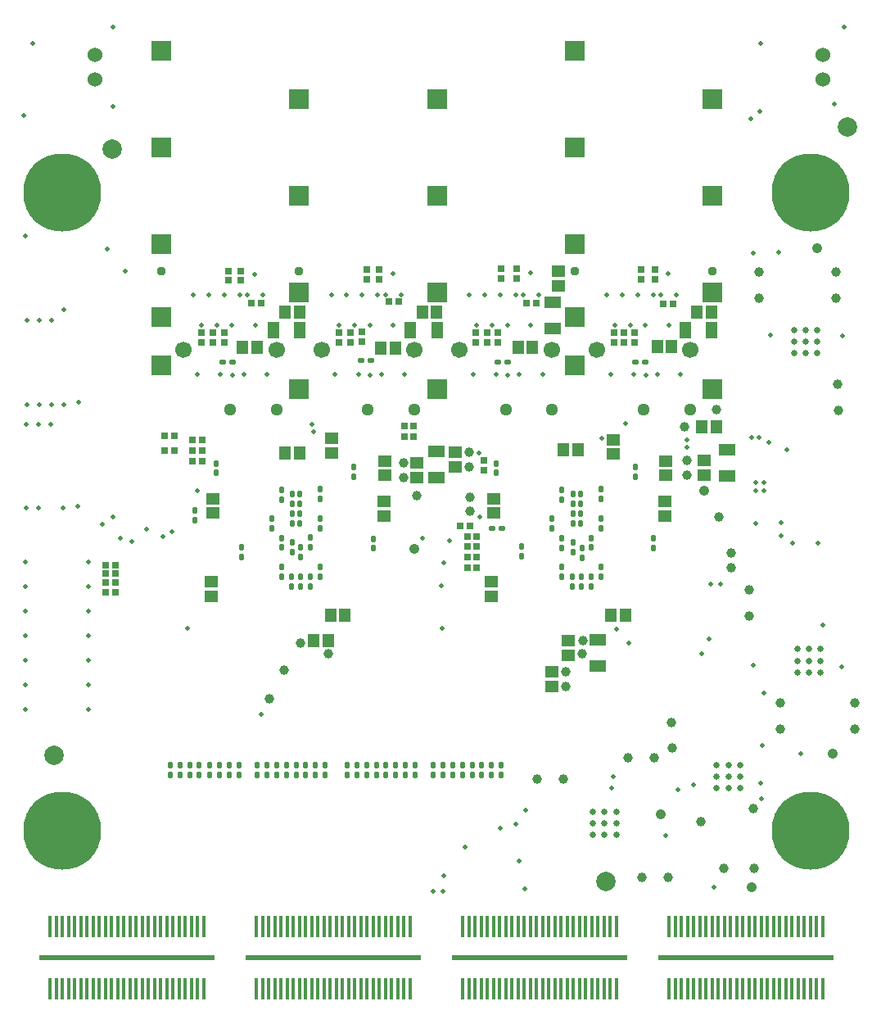
<source format=gbs>
%FSLAX44Y44*%
%MOMM*%
G71*
G01*
G75*
G04 Layer_Color=16711935*
%ADD10C,0.2032*%
%ADD11R,1.6000X1.6000*%
%ADD12R,0.2800X0.8000*%
%ADD13R,0.8000X0.2800*%
%ADD14R,0.6000X0.6000*%
%ADD15R,0.6000X0.6000*%
%ADD16R,1.4000X1.0000*%
G04:AMPARAMS|DCode=17|XSize=0.5mm|YSize=0.6mm|CornerRadius=0.125mm|HoleSize=0mm|Usage=FLASHONLY|Rotation=0.000|XOffset=0mm|YOffset=0mm|HoleType=Round|Shape=RoundedRectangle|*
%AMROUNDEDRECTD17*
21,1,0.5000,0.3500,0,0,0.0*
21,1,0.2500,0.6000,0,0,0.0*
1,1,0.2500,0.1250,-0.1750*
1,1,0.2500,-0.1250,-0.1750*
1,1,0.2500,-0.1250,0.1750*
1,1,0.2500,0.1250,0.1750*
%
%ADD17ROUNDEDRECTD17*%
%ADD18R,2.6000X1.1000*%
G04:AMPARAMS|DCode=19|XSize=0.5mm|YSize=0.6mm|CornerRadius=0.125mm|HoleSize=0mm|Usage=FLASHONLY|Rotation=270.000|XOffset=0mm|YOffset=0mm|HoleType=Round|Shape=RoundedRectangle|*
%AMROUNDEDRECTD19*
21,1,0.5000,0.3500,0,0,270.0*
21,1,0.2500,0.6000,0,0,270.0*
1,1,0.2500,-0.1750,-0.1250*
1,1,0.2500,-0.1750,0.1250*
1,1,0.2500,0.1750,0.1250*
1,1,0.2500,0.1750,-0.1250*
%
%ADD19ROUNDEDRECTD19*%
%ADD20R,1.1000X1.3500*%
%ADD21R,1.0000X1.4000*%
%ADD22R,1.4000X1.1000*%
%ADD23R,1.1500X1.8000*%
%ADD24R,0.9500X0.3500*%
%ADD25R,0.3500X0.9500*%
%ADD26R,3.3000X3.3000*%
%ADD27R,0.6000X1.8000*%
%ADD28R,0.5000X2.0000*%
%ADD29R,1.1000X1.4000*%
%ADD30R,1.1500X1.7000*%
%ADD31R,3.3000X3.3000*%
%ADD32R,1.1000X2.6000*%
%ADD33R,1.7000X1.1500*%
%ADD34C,0.4500*%
%ADD35C,1.0000*%
%ADD36R,12.0500X2.0000*%
%ADD37R,1.8000X1.8000*%
%ADD38R,3.6800X1.2700*%
%ADD39C,0.2540*%
%ADD40C,0.1270*%
%ADD41C,0.5080*%
%ADD42C,0.1524*%
%ADD43C,0.3048*%
%ADD44C,0.5000*%
%ADD45C,1.2700*%
%ADD46C,0.3810*%
%ADD47C,1.6500*%
%ADD48C,1.4732*%
%ADD49C,1.2802*%
%ADD50C,0.9500*%
%ADD51R,2.0000X2.0000*%
%ADD52C,8.0000*%
%ADD53C,0.5080*%
%ADD54C,0.4928*%
%ADD55C,0.6600*%
%ADD56C,1.0160*%
%ADD57C,1.0080*%
%ADD58C,2.0580*%
%ADD59C,2.0320*%
%ADD60C,1.4580*%
%ADD61C,1.5580*%
%ADD62C,1.6764*%
%ADD63C,4.3180*%
%ADD64C,0.7620*%
%ADD65C,0.1000*%
%ADD66C,0.1016*%
%ADD67C,0.8380*%
%ADD68R,0.4064X2.1590*%
%ADD69R,18.0340X0.5080*%
%ADD70C,0.2500*%
%ADD71C,0.6000*%
%ADD72C,0.2000*%
%ADD73R,1.1200X1.1200*%
%ADD74R,2.3100X2.3100*%
%ADD75R,2.3100X2.3100*%
%ADD76R,1.6508X1.6508*%
%ADD77R,0.3308X0.8508*%
%ADD78R,0.8508X0.3308*%
%ADD79R,0.6508X0.6508*%
%ADD80R,0.6508X0.6508*%
%ADD81R,1.4508X1.0508*%
G04:AMPARAMS|DCode=82|XSize=0.5508mm|YSize=0.6508mm|CornerRadius=0.1504mm|HoleSize=0mm|Usage=FLASHONLY|Rotation=0.000|XOffset=0mm|YOffset=0mm|HoleType=Round|Shape=RoundedRectangle|*
%AMROUNDEDRECTD82*
21,1,0.5508,0.3500,0,0,0.0*
21,1,0.2500,0.6508,0,0,0.0*
1,1,0.3008,0.1250,-0.1750*
1,1,0.3008,-0.1250,-0.1750*
1,1,0.3008,-0.1250,0.1750*
1,1,0.3008,0.1250,0.1750*
%
%ADD82ROUNDEDRECTD82*%
%ADD83R,2.6508X1.1508*%
G04:AMPARAMS|DCode=84|XSize=0.5508mm|YSize=0.6508mm|CornerRadius=0.1504mm|HoleSize=0mm|Usage=FLASHONLY|Rotation=270.000|XOffset=0mm|YOffset=0mm|HoleType=Round|Shape=RoundedRectangle|*
%AMROUNDEDRECTD84*
21,1,0.5508,0.3500,0,0,270.0*
21,1,0.2500,0.6508,0,0,270.0*
1,1,0.3008,-0.1750,-0.1250*
1,1,0.3008,-0.1750,0.1250*
1,1,0.3008,0.1750,0.1250*
1,1,0.3008,0.1750,-0.1250*
%
%ADD84ROUNDEDRECTD84*%
%ADD85R,1.1508X1.4008*%
%ADD86R,1.0508X1.4508*%
%ADD87R,1.4508X1.1508*%
%ADD88R,1.2008X1.8508*%
%ADD89R,1.0008X0.4008*%
%ADD90R,0.4008X1.0008*%
%ADD91R,3.3508X3.3508*%
%ADD92R,0.6508X1.8508*%
%ADD93R,0.5508X2.0508*%
%ADD94R,1.1508X1.4508*%
%ADD95R,1.2008X1.7508*%
%ADD96R,3.3508X3.3508*%
%ADD97R,1.1508X2.6508*%
%ADD98R,1.7508X1.2008*%
%ADD99C,0.5008*%
%ADD100C,2.0000*%
%ADD101R,11.9992X1.9492*%
%ADD102R,1.8508X1.8508*%
%ADD103R,3.7308X1.3208*%
%ADD104C,1.0508*%
%ADD105C,1.7008*%
%ADD106C,1.5240*%
%ADD107C,0.0508*%
%ADD108C,8.0508*%
%ADD109R,0.4572X2.2098*%
%ADD110R,18.0848X0.5588*%
D35*
X600964Y405638D02*
D03*
X865162Y684060D02*
D03*
X783628Y799630D02*
D03*
Y772630D02*
D03*
X863482Y772550D02*
D03*
X863388Y799550D02*
D03*
X865416Y657060D02*
D03*
X754770Y494150D02*
D03*
Y509150D02*
D03*
X742050Y546608D02*
D03*
X739782Y657306D02*
D03*
X706846Y639370D02*
D03*
X709104Y604896D02*
D03*
Y589896D02*
D03*
X583918Y371722D02*
D03*
Y386722D02*
D03*
X601258Y418750D02*
D03*
X430022Y568514D02*
D03*
X485068Y552316D02*
D03*
Y567316D02*
D03*
X483652Y613154D02*
D03*
Y598154D02*
D03*
X416232Y587232D02*
D03*
Y602232D02*
D03*
X338498Y405270D02*
D03*
X309350Y415946D02*
D03*
X277000Y359000D02*
D03*
X293000Y388000D02*
D03*
X773500Y471500D02*
D03*
Y444500D02*
D03*
X806000Y354500D02*
D03*
X883000D02*
D03*
Y327500D02*
D03*
X806000D02*
D03*
X779000Y183000D02*
D03*
X747000D02*
D03*
X724000Y232000D02*
D03*
X689500Y174500D02*
D03*
X662500D02*
D03*
X693420Y334010D02*
D03*
X693614Y307788D02*
D03*
X675500Y298106D02*
D03*
X648500D02*
D03*
X581000Y276000D02*
D03*
X554500Y275500D02*
D03*
X778000Y245000D02*
D03*
D49*
X664369Y657400D02*
D03*
X712369D02*
D03*
X569869D02*
D03*
X521869D02*
D03*
X427369D02*
D03*
X379369D02*
D03*
X236869D02*
D03*
X284869D02*
D03*
D50*
X165669Y800400D02*
D03*
X308169D02*
D03*
X593169D02*
D03*
X735669Y800400D02*
D03*
D51*
X165669Y1028400D02*
D03*
Y928400D02*
D03*
X165669Y828400D02*
D03*
Y753400D02*
D03*
X165669Y703400D02*
D03*
X593169Y1028400D02*
D03*
Y928400D02*
D03*
X593169Y828400D02*
D03*
Y753400D02*
D03*
X593169Y703400D02*
D03*
X308169Y978400D02*
D03*
X735669Y678400D02*
D03*
X735669Y778400D02*
D03*
X735669Y878400D02*
D03*
Y978400D02*
D03*
X450669Y678400D02*
D03*
Y778400D02*
D03*
Y878400D02*
D03*
Y978400D02*
D03*
X308169Y878400D02*
D03*
X308169Y778400D02*
D03*
X308169Y678400D02*
D03*
D53*
X780670Y582040D02*
D03*
X788670Y574040D02*
D03*
X780670D02*
D03*
X788670Y582040D02*
D03*
D54*
X65278Y760476D02*
D03*
X775462Y958342D02*
D03*
X732282Y420370D02*
D03*
X115570Y971042D02*
D03*
X128778Y800608D02*
D03*
X109474Y823722D02*
D03*
X33020Y1035812D02*
D03*
X25400Y837184D02*
D03*
X115570Y546862D02*
D03*
X104648Y538734D02*
D03*
X744220Y477012D02*
D03*
X777494Y393192D02*
D03*
X724662Y404876D02*
D03*
X648970Y416560D02*
D03*
X784860Y965454D02*
D03*
X785114Y1036066D02*
D03*
X123190Y524256D02*
D03*
X733806Y477012D02*
D03*
X636016Y431038D02*
D03*
X268979Y342646D02*
D03*
X541782Y162052D02*
D03*
X708914Y618236D02*
D03*
Y626212D02*
D03*
X646000Y643000D02*
D03*
X620776Y627634D02*
D03*
X457962Y498856D02*
D03*
X455422Y475742D02*
D03*
X135128Y520954D02*
D03*
X806186Y527040D02*
D03*
X818388Y519938D02*
D03*
X844477D02*
D03*
X812710Y616294D02*
D03*
X806422Y540540D02*
D03*
X780170Y540140D02*
D03*
X794274Y623554D02*
D03*
X795274Y734314D02*
D03*
X804420Y819914D02*
D03*
X869696Y734060D02*
D03*
X321000Y642000D02*
D03*
X494000Y613000D02*
D03*
X177000Y531000D02*
D03*
X203000Y574000D02*
D03*
X115400Y1053000D02*
D03*
X150000Y534000D02*
D03*
X167000Y526000D02*
D03*
X464000Y522000D02*
D03*
X495000Y547000D02*
D03*
X862000Y973000D02*
D03*
X872000Y1053000D02*
D03*
X642369Y776150D02*
D03*
X23000Y961276D02*
D03*
X246869Y776150D02*
D03*
X238869Y744650D02*
D03*
X230869Y776150D02*
D03*
X674369D02*
D03*
X666369Y744650D02*
D03*
X658369Y776150D02*
D03*
X531869D02*
D03*
X523869Y744650D02*
D03*
X515869Y776150D02*
D03*
X389369D02*
D03*
X381369Y744650D02*
D03*
X373369Y776150D02*
D03*
X778000Y819162D02*
D03*
X222869Y744650D02*
D03*
X214869Y776150D02*
D03*
X206869Y744650D02*
D03*
X198869Y776150D02*
D03*
X254869D02*
D03*
X262869Y744650D02*
D03*
X270869Y776150D02*
D03*
X630369Y694150D02*
D03*
X654369D02*
D03*
X678369D02*
D03*
X702369D02*
D03*
X202869D02*
D03*
X226869D02*
D03*
X250869D02*
D03*
X274869D02*
D03*
X698369Y776150D02*
D03*
X690369Y744650D02*
D03*
X682369Y776150D02*
D03*
X626369D02*
D03*
X634369Y744650D02*
D03*
X650369D02*
D03*
X413369Y776150D02*
D03*
X405369Y744650D02*
D03*
X397369Y776150D02*
D03*
X341369D02*
D03*
X349369Y744650D02*
D03*
X357369Y776150D02*
D03*
X365369Y744650D02*
D03*
X507869D02*
D03*
X499869Y776150D02*
D03*
X491869Y744650D02*
D03*
X483869Y776150D02*
D03*
X539869D02*
D03*
X547869Y744650D02*
D03*
X555869Y776150D02*
D03*
X559869Y694150D02*
D03*
X535869D02*
D03*
X511869D02*
D03*
X487869D02*
D03*
X417369D02*
D03*
X393369D02*
D03*
X369369D02*
D03*
X345369D02*
D03*
X457724Y175504D02*
D03*
X516000Y225322D02*
D03*
X479724Y205584D02*
D03*
X535790Y191000D02*
D03*
X457000Y159750D02*
D03*
X447000D02*
D03*
X700000Y265000D02*
D03*
X79254Y558034D02*
D03*
X80264Y664972D02*
D03*
X26950Y662550D02*
D03*
X39650D02*
D03*
X52350D02*
D03*
X65050D02*
D03*
X26950Y749450D02*
D03*
X39650D02*
D03*
X52350D02*
D03*
X51350Y642450D02*
D03*
X38650D02*
D03*
X25950D02*
D03*
X64050Y555550D02*
D03*
X38650D02*
D03*
X25950D02*
D03*
X90000Y500300D02*
D03*
Y474900D02*
D03*
Y449500D02*
D03*
Y424100D02*
D03*
Y398700D02*
D03*
Y373300D02*
D03*
Y347900D02*
D03*
X25000D02*
D03*
Y373300D02*
D03*
Y398700D02*
D03*
Y424100D02*
D03*
Y449500D02*
D03*
Y474900D02*
D03*
Y500300D02*
D03*
X827250Y302000D02*
D03*
X737362Y163830D02*
D03*
X788952Y364860D02*
D03*
X869122Y391526D02*
D03*
X850000Y435000D02*
D03*
X785622Y271526D02*
D03*
X785876Y255524D02*
D03*
X787146Y310388D02*
D03*
X633000Y278000D02*
D03*
X631000Y266000D02*
D03*
X687000Y217000D02*
D03*
X715678Y269524D02*
D03*
X192532Y431292D02*
D03*
X455930Y431546D02*
D03*
X531876Y228854D02*
D03*
X542798Y243586D02*
D03*
X239014Y693420D02*
D03*
X381514D02*
D03*
X524014D02*
D03*
X666514D02*
D03*
X547223Y798977D02*
D03*
X405223Y797977D02*
D03*
X262223Y796977D02*
D03*
X689609Y797977D02*
D03*
X323000Y635000D02*
D03*
X775665Y628650D02*
D03*
X783641D02*
D03*
X436118Y524764D02*
D03*
D55*
X740000Y290000D02*
D03*
X752000D02*
D03*
X764000D02*
D03*
X740000Y278000D02*
D03*
X752000D02*
D03*
X764000D02*
D03*
X740000Y266000D02*
D03*
X752000D02*
D03*
X764000D02*
D03*
X612000Y218000D02*
D03*
Y230000D02*
D03*
Y242000D02*
D03*
X624000Y218000D02*
D03*
Y230000D02*
D03*
Y242000D02*
D03*
X636000Y218000D02*
D03*
Y230000D02*
D03*
Y242000D02*
D03*
X847500Y386000D02*
D03*
X835500D02*
D03*
X823500D02*
D03*
X847500Y398000D02*
D03*
X835500D02*
D03*
X823500D02*
D03*
X847500Y410000D02*
D03*
X835500D02*
D03*
X823500D02*
D03*
X819930Y739710D02*
D03*
X831930D02*
D03*
X843930D02*
D03*
X819930Y727710D02*
D03*
X831930D02*
D03*
X843930D02*
D03*
X819930Y715710D02*
D03*
X831930D02*
D03*
X843930D02*
D03*
D79*
X118000Y497000D02*
D03*
X108000D02*
D03*
X482000Y505000D02*
D03*
X492000D02*
D03*
X482000Y526000D02*
D03*
X492000D02*
D03*
Y516000D02*
D03*
X482000D02*
D03*
X118000Y469000D02*
D03*
X108000D02*
D03*
X198000Y615000D02*
D03*
X208000D02*
D03*
X198000Y626000D02*
D03*
X208000D02*
D03*
X426826Y640588D02*
D03*
X416826D02*
D03*
X426826Y629588D02*
D03*
X416826D02*
D03*
X553000Y768000D02*
D03*
X543000D02*
D03*
X475000Y537000D02*
D03*
X485000D02*
D03*
X169000Y630696D02*
D03*
X179000D02*
D03*
X411000Y769000D02*
D03*
X401000D02*
D03*
X208000Y604000D02*
D03*
X198000D02*
D03*
X108000Y488000D02*
D03*
X118000D02*
D03*
Y479000D02*
D03*
X108000D02*
D03*
X685000Y767000D02*
D03*
X695000D02*
D03*
X169000Y615570D02*
D03*
X179000D02*
D03*
X482000Y494000D02*
D03*
X492000D02*
D03*
X259000Y768000D02*
D03*
X269000D02*
D03*
D80*
X499000Y605000D02*
D03*
Y595000D02*
D03*
X207000Y737000D02*
D03*
Y727000D02*
D03*
X361000D02*
D03*
Y737000D02*
D03*
X644000Y727000D02*
D03*
Y737000D02*
D03*
X503000Y727000D02*
D03*
Y737000D02*
D03*
X655000Y727000D02*
D03*
Y737000D02*
D03*
X676000Y792000D02*
D03*
Y802000D02*
D03*
X491000Y737000D02*
D03*
Y727000D02*
D03*
X662000Y802000D02*
D03*
Y792000D02*
D03*
X349000Y737000D02*
D03*
Y727000D02*
D03*
X373000Y738000D02*
D03*
Y728000D02*
D03*
X514000Y737000D02*
D03*
Y727000D02*
D03*
X634000Y737000D02*
D03*
Y727000D02*
D03*
X391000Y792000D02*
D03*
Y802000D02*
D03*
X378000D02*
D03*
Y792000D02*
D03*
X533000Y793000D02*
D03*
Y803000D02*
D03*
X235000Y801000D02*
D03*
Y791000D02*
D03*
X219000Y727000D02*
D03*
Y737000D02*
D03*
X248000Y791000D02*
D03*
Y801000D02*
D03*
X231000Y727000D02*
D03*
Y737000D02*
D03*
X517000Y803000D02*
D03*
Y793000D02*
D03*
D82*
X591244Y539830D02*
D03*
Y549830D02*
D03*
X619946Y484966D02*
D03*
Y494966D02*
D03*
X418000Y280000D02*
D03*
Y290000D02*
D03*
X408000Y280000D02*
D03*
Y290000D02*
D03*
X236000Y280000D02*
D03*
Y290000D02*
D03*
X398000Y280000D02*
D03*
Y290000D02*
D03*
X279908Y535004D02*
D03*
Y545004D02*
D03*
X185000Y280000D02*
D03*
Y290000D02*
D03*
X447000Y280000D02*
D03*
Y290000D02*
D03*
X579882Y484966D02*
D03*
Y494966D02*
D03*
X384770Y524176D02*
D03*
Y514176D02*
D03*
X598864Y539830D02*
D03*
Y549830D02*
D03*
X315000Y280000D02*
D03*
Y290000D02*
D03*
X487000Y280000D02*
D03*
Y290000D02*
D03*
X512000Y602000D02*
D03*
Y592000D02*
D03*
X289814Y514938D02*
D03*
Y524938D02*
D03*
X590482Y474806D02*
D03*
Y484806D02*
D03*
X467000Y280000D02*
D03*
Y290000D02*
D03*
X320061Y475060D02*
D03*
Y485060D02*
D03*
X329946Y484966D02*
D03*
Y494966D02*
D03*
X265000Y280000D02*
D03*
Y290000D02*
D03*
X579814Y574722D02*
D03*
Y564722D02*
D03*
X329946Y535004D02*
D03*
Y545004D02*
D03*
X378000Y280000D02*
D03*
Y290000D02*
D03*
X289966Y484966D02*
D03*
Y494966D02*
D03*
X305000Y280000D02*
D03*
Y290000D02*
D03*
X308864Y539830D02*
D03*
Y549830D02*
D03*
X517000Y290000D02*
D03*
Y280000D02*
D03*
X506984Y290322D02*
D03*
Y280322D02*
D03*
X308864Y570150D02*
D03*
Y560150D02*
D03*
X538000Y506000D02*
D03*
Y516000D02*
D03*
X591498Y570150D02*
D03*
Y560150D02*
D03*
X226000Y280000D02*
D03*
Y290000D02*
D03*
X221960Y602000D02*
D03*
Y592000D02*
D03*
X289814Y574722D02*
D03*
Y564722D02*
D03*
X301244Y570150D02*
D03*
Y560150D02*
D03*
X325000Y280000D02*
D03*
Y290000D02*
D03*
X388000Y280000D02*
D03*
Y290000D02*
D03*
X368000Y280000D02*
D03*
Y290000D02*
D03*
X335000Y280000D02*
D03*
Y290000D02*
D03*
X609939Y514938D02*
D03*
Y524938D02*
D03*
X320120Y515120D02*
D03*
Y525120D02*
D03*
X275000Y280000D02*
D03*
Y290000D02*
D03*
X610040Y475060D02*
D03*
Y485060D02*
D03*
X246000Y280000D02*
D03*
Y290000D02*
D03*
X358000Y280000D02*
D03*
Y290000D02*
D03*
X497000Y280000D02*
D03*
Y290000D02*
D03*
X216000Y280000D02*
D03*
Y290000D02*
D03*
X569908Y535004D02*
D03*
Y545004D02*
D03*
X619946Y575230D02*
D03*
Y565230D02*
D03*
X309880Y474806D02*
D03*
Y484806D02*
D03*
X579882Y514764D02*
D03*
Y524764D02*
D03*
X619946Y535004D02*
D03*
Y545004D02*
D03*
X300482Y474806D02*
D03*
Y484806D02*
D03*
X285000Y280000D02*
D03*
Y290000D02*
D03*
X300736Y539830D02*
D03*
Y549830D02*
D03*
X674116Y524350D02*
D03*
Y514350D02*
D03*
X600541Y514176D02*
D03*
Y504176D02*
D03*
X195000Y280000D02*
D03*
Y290000D02*
D03*
X457000Y280000D02*
D03*
Y290000D02*
D03*
X599118Y570150D02*
D03*
Y560150D02*
D03*
X309880Y515120D02*
D03*
Y505120D02*
D03*
X329946Y575230D02*
D03*
Y565230D02*
D03*
X591244Y510112D02*
D03*
Y520112D02*
D03*
X205000Y280000D02*
D03*
Y290000D02*
D03*
X300990Y510112D02*
D03*
Y520112D02*
D03*
X428000Y280000D02*
D03*
Y290000D02*
D03*
X477000Y280000D02*
D03*
Y290000D02*
D03*
X295000Y280000D02*
D03*
Y290000D02*
D03*
X599880Y474806D02*
D03*
Y484806D02*
D03*
X175000Y280000D02*
D03*
Y290000D02*
D03*
X656000Y598000D02*
D03*
Y588000D02*
D03*
X200756Y553500D02*
D03*
Y543500D02*
D03*
X248226Y505542D02*
D03*
Y515542D02*
D03*
X365000Y598000D02*
D03*
Y588000D02*
D03*
D84*
X382000Y708000D02*
D03*
X372000D02*
D03*
X666000Y707000D02*
D03*
X656000D02*
D03*
X508000Y535000D02*
D03*
X518000D02*
D03*
X239000Y707000D02*
D03*
X229000D02*
D03*
X524000D02*
D03*
X514000D02*
D03*
D87*
X469754Y613154D02*
D03*
Y598154D02*
D03*
X569214Y386722D02*
D03*
Y371722D02*
D03*
X507000Y464500D02*
D03*
Y479500D02*
D03*
X219000Y550500D02*
D03*
Y565500D02*
D03*
X576000Y785500D02*
D03*
Y800500D02*
D03*
X217000Y464500D02*
D03*
Y479500D02*
D03*
X342000Y627500D02*
D03*
Y612500D02*
D03*
X396000Y547500D02*
D03*
Y562500D02*
D03*
X397000Y604500D02*
D03*
Y589500D02*
D03*
X727040Y589896D02*
D03*
Y604896D02*
D03*
X686000Y547500D02*
D03*
Y562500D02*
D03*
X509000Y550500D02*
D03*
Y565500D02*
D03*
X633000Y626500D02*
D03*
Y611500D02*
D03*
X586454Y418850D02*
D03*
Y403850D02*
D03*
X430130Y587232D02*
D03*
Y602232D02*
D03*
X687000Y604500D02*
D03*
Y589500D02*
D03*
D94*
X596500Y616000D02*
D03*
X581500D02*
D03*
X293500Y613000D02*
D03*
X308500D02*
D03*
X407500Y721000D02*
D03*
X392500D02*
D03*
X323520Y419100D02*
D03*
X338520D02*
D03*
X264500Y722000D02*
D03*
X249500D02*
D03*
X355500Y445000D02*
D03*
X340500D02*
D03*
X549500Y722000D02*
D03*
X534500D02*
D03*
X308500Y758000D02*
D03*
X293500D02*
D03*
X693500Y723000D02*
D03*
X678500D02*
D03*
X450500Y758000D02*
D03*
X435500D02*
D03*
X734500D02*
D03*
X719500D02*
D03*
X739782Y639370D02*
D03*
X724782D02*
D03*
X645500Y445000D02*
D03*
X630500D02*
D03*
D95*
X707250Y740000D02*
D03*
X734750D02*
D03*
X281250D02*
D03*
X308750D02*
D03*
X423250D02*
D03*
X450750D02*
D03*
D98*
X449933Y587147D02*
D03*
Y614647D02*
D03*
X750916Y588980D02*
D03*
Y616480D02*
D03*
X617188Y419766D02*
D03*
Y392266D02*
D03*
X570000Y741250D02*
D03*
Y768750D02*
D03*
D100*
X875000Y950000D02*
D03*
X625000Y170000D02*
D03*
X55000Y300000D02*
D03*
X115000Y927000D02*
D03*
D104*
X427482Y513334D02*
D03*
X860298Y302006D02*
D03*
X682000Y239000D02*
D03*
X726948Y573786D02*
D03*
X775716Y163830D02*
D03*
X843534Y824230D02*
D03*
D105*
X473869Y719400D02*
D03*
X569869D02*
D03*
X616369D02*
D03*
X712369D02*
D03*
X188869D02*
D03*
X284869D02*
D03*
X331369D02*
D03*
X427369D02*
D03*
D106*
X850000Y1023800D02*
D03*
Y998400D02*
D03*
X97000Y1023800D02*
D03*
Y998400D02*
D03*
D107*
X872744Y70866D02*
D03*
X26924D02*
D03*
D108*
X63065Y881761D02*
D03*
X836965D02*
D03*
X63065Y222123D02*
D03*
X836965D02*
D03*
D109*
X56969Y58801D02*
D03*
X63319D02*
D03*
X76019D02*
D03*
X82369D02*
D03*
X95069D02*
D03*
X101419D02*
D03*
X114119D02*
D03*
X120469D02*
D03*
X139519D02*
D03*
X145869D02*
D03*
X158569D02*
D03*
X164919D02*
D03*
X177619D02*
D03*
X183969D02*
D03*
X196669D02*
D03*
X203019D02*
D03*
X56969Y123571D02*
D03*
X63319D02*
D03*
X76019D02*
D03*
X82369D02*
D03*
X95069D02*
D03*
X101419D02*
D03*
X114119D02*
D03*
X120469D02*
D03*
X139519D02*
D03*
X145869D02*
D03*
X158569D02*
D03*
X164919D02*
D03*
X177619D02*
D03*
X183969D02*
D03*
X196669D02*
D03*
X203019D02*
D03*
X270329Y58801D02*
D03*
X276679D02*
D03*
X289379D02*
D03*
X295729D02*
D03*
X308429D02*
D03*
X314779D02*
D03*
X327479D02*
D03*
X333829D02*
D03*
X352879D02*
D03*
X359229D02*
D03*
X371929D02*
D03*
X378279D02*
D03*
X390979D02*
D03*
X397329D02*
D03*
X410029D02*
D03*
X416379D02*
D03*
X270329Y123571D02*
D03*
X276679D02*
D03*
X289379D02*
D03*
X295729D02*
D03*
X308429D02*
D03*
X314779D02*
D03*
X327479D02*
D03*
X333829D02*
D03*
X352879D02*
D03*
X359229D02*
D03*
X371929D02*
D03*
X378279D02*
D03*
X390979D02*
D03*
X397329D02*
D03*
X410029D02*
D03*
X416379D02*
D03*
X483689Y58801D02*
D03*
X490039D02*
D03*
X502739D02*
D03*
X509089D02*
D03*
X521789D02*
D03*
X528139D02*
D03*
X540839D02*
D03*
X547189D02*
D03*
X566239D02*
D03*
X572589D02*
D03*
X585289D02*
D03*
X591639D02*
D03*
X604339D02*
D03*
X623389D02*
D03*
X629739D02*
D03*
X483689Y123571D02*
D03*
X490039D02*
D03*
X502739D02*
D03*
X521789D02*
D03*
X540839D02*
D03*
X547189D02*
D03*
X566239D02*
D03*
X572589D02*
D03*
X585289D02*
D03*
X591639D02*
D03*
X604339D02*
D03*
X610689D02*
D03*
X623389D02*
D03*
X629739D02*
D03*
X697049Y58801D02*
D03*
X703399D02*
D03*
X716099D02*
D03*
X722449D02*
D03*
X735149D02*
D03*
X741499D02*
D03*
X754199D02*
D03*
X760549D02*
D03*
X779599D02*
D03*
X785949D02*
D03*
X798649D02*
D03*
X804999D02*
D03*
X817699D02*
D03*
X824049D02*
D03*
X836749D02*
D03*
X843099D02*
D03*
X697049Y123571D02*
D03*
X703399D02*
D03*
X716099D02*
D03*
X722449D02*
D03*
X735149D02*
D03*
X741499D02*
D03*
X754199D02*
D03*
X760549D02*
D03*
X779599D02*
D03*
X785949D02*
D03*
X798649D02*
D03*
X804999D02*
D03*
X817699D02*
D03*
X824049D02*
D03*
X836749D02*
D03*
X843099D02*
D03*
X209369D02*
D03*
X190319D02*
D03*
X171269D02*
D03*
X152219D02*
D03*
X133169D02*
D03*
X126819D02*
D03*
X107769D02*
D03*
X88719D02*
D03*
X69669D02*
D03*
X50619D02*
D03*
X263979D02*
D03*
X283029D02*
D03*
X302079D02*
D03*
X321129D02*
D03*
X340179D02*
D03*
X346529D02*
D03*
X365579D02*
D03*
X384629D02*
D03*
X403679D02*
D03*
X422729D02*
D03*
Y58801D02*
D03*
X403679D02*
D03*
X384629D02*
D03*
X365579D02*
D03*
X346529D02*
D03*
X340179D02*
D03*
X321129D02*
D03*
X302079D02*
D03*
X283029D02*
D03*
X263979D02*
D03*
X50619D02*
D03*
X69669D02*
D03*
X88719D02*
D03*
X107769D02*
D03*
X126819D02*
D03*
X133169D02*
D03*
X152219D02*
D03*
X171269D02*
D03*
X190319D02*
D03*
X209369D02*
D03*
X477339Y123571D02*
D03*
X496389D02*
D03*
X515439D02*
D03*
X534489D02*
D03*
X553539D02*
D03*
X559889D02*
D03*
X578939D02*
D03*
X597989D02*
D03*
X617039D02*
D03*
X636089D02*
D03*
X477339Y58801D02*
D03*
X496389D02*
D03*
X515439D02*
D03*
X534489D02*
D03*
X553539D02*
D03*
X559889D02*
D03*
X578939D02*
D03*
X597989D02*
D03*
X617039D02*
D03*
X636089D02*
D03*
X849449D02*
D03*
X830399D02*
D03*
X811349D02*
D03*
X792299D02*
D03*
X773249D02*
D03*
X766899D02*
D03*
X747849D02*
D03*
X728799D02*
D03*
X709749D02*
D03*
X690699D02*
D03*
X849449Y123571D02*
D03*
X830399D02*
D03*
X811349D02*
D03*
X792299D02*
D03*
X773249D02*
D03*
X766899D02*
D03*
X747849D02*
D03*
X728799D02*
D03*
X709749D02*
D03*
X690699D02*
D03*
X610689Y58801D02*
D03*
X528139Y123571D02*
D03*
X509089D02*
D03*
D110*
X769874Y91186D02*
D03*
X556514D02*
D03*
X343154D02*
D03*
X129794D02*
D03*
M02*

</source>
